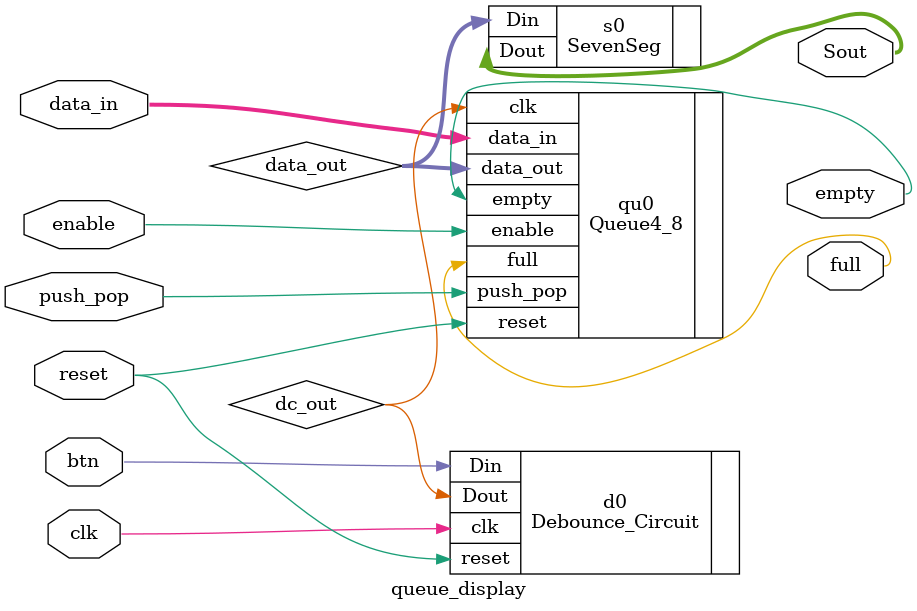
<source format=v>
module queue_display(Sout, full, empty, data_in, push_pop, btn, enable, clk, reset);
output [6:0] Sout;
output full, empty;
input [3:0] data_in;
input push_pop, btn, enable, clk, reset;

wire dc_out;
wire [3:0] data_out;

Debounce_Circuit d0(.Dout(dc_out), .Din(btn), .clk(clk), .reset(reset));

Queue4_8 qu0(.data_out(data_out), .full(full), .empty(empty), .data_in(data_in), .push_pop(push_pop), .enable(enable), .clk(dc_out), .reset(reset));

SevenSeg s0(.Din(data_out), .Dout(Sout));

endmodule
</source>
